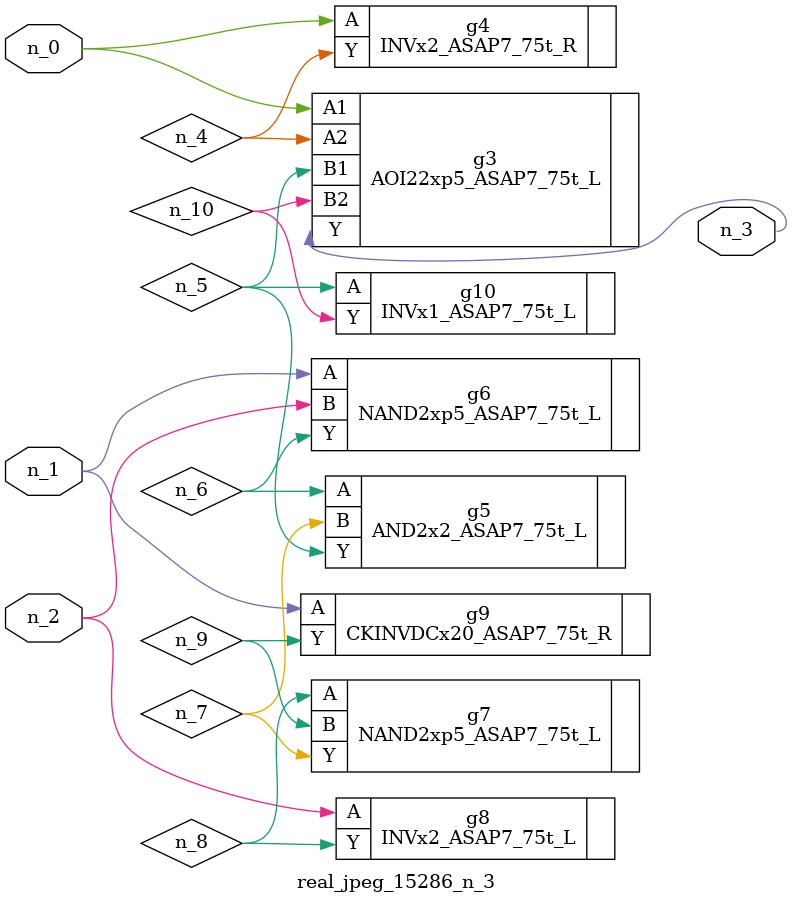
<source format=v>
module real_jpeg_15286_n_3 (n_1, n_0, n_2, n_3);

input n_1;
input n_0;
input n_2;

output n_3;

wire n_5;
wire n_4;
wire n_8;
wire n_6;
wire n_7;
wire n_10;
wire n_9;

AOI22xp5_ASAP7_75t_L g3 ( 
.A1(n_0),
.A2(n_4),
.B1(n_5),
.B2(n_10),
.Y(n_3)
);

INVx2_ASAP7_75t_R g4 ( 
.A(n_0),
.Y(n_4)
);

NAND2xp5_ASAP7_75t_L g6 ( 
.A(n_1),
.B(n_2),
.Y(n_6)
);

CKINVDCx20_ASAP7_75t_R g9 ( 
.A(n_1),
.Y(n_9)
);

INVx2_ASAP7_75t_L g8 ( 
.A(n_2),
.Y(n_8)
);

INVx1_ASAP7_75t_L g10 ( 
.A(n_5),
.Y(n_10)
);

AND2x2_ASAP7_75t_L g5 ( 
.A(n_6),
.B(n_7),
.Y(n_5)
);

NAND2xp5_ASAP7_75t_L g7 ( 
.A(n_8),
.B(n_9),
.Y(n_7)
);


endmodule
</source>
